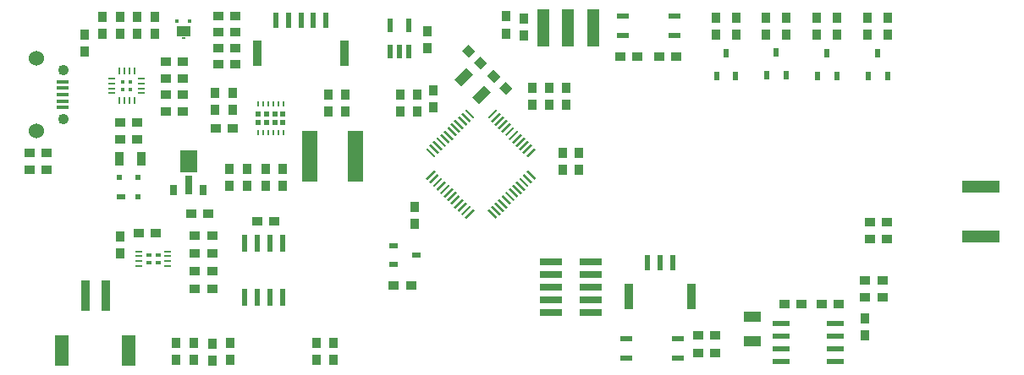
<source format=gbr>
G04 #@! TF.FileFunction,Paste,Top*
%FSLAX46Y46*%
G04 Gerber Fmt 4.6, Leading zero omitted, Abs format (unit mm)*
G04 Created by KiCad (PCBNEW 4.0.7-e2-6376~58~ubuntu16.04.1) date Mon Jun 18 12:46:04 2018*
%MOMM*%
%LPD*%
G01*
G04 APERTURE LIST*
%ADD10C,0.100000*%
%ADD11R,0.900000X0.990000*%
%ADD12R,0.990000X0.900000*%
%ADD13R,0.360000X0.450000*%
%ADD14R,1.440000X0.990000*%
%ADD15R,0.360000X0.225000*%
%ADD16R,0.900000X0.630000*%
%ADD17R,0.540000X0.630000*%
%ADD18R,0.900000X1.350000*%
%ADD19R,0.540000X1.530000*%
%ADD20R,0.900000X2.520000*%
%ADD21R,2.250000X0.675000*%
%ADD22R,0.900000X3.150000*%
%ADD23R,1.350000X3.060000*%
%ADD24R,1.143000X3.780000*%
%ADD25R,1.620000X5.130000*%
%ADD26R,0.585000X0.945000*%
%ADD27R,1.305000X0.630000*%
%ADD28R,0.585000X1.404000*%
%ADD29R,0.540000X1.800000*%
%ADD30R,0.435000X0.435000*%
%ADD31R,0.715000X0.202000*%
%ADD32R,0.202000X0.715000*%
%ADD33R,0.220000X0.715000*%
%ADD34R,1.800000X0.540000*%
%ADD35R,0.225000X0.630000*%
%ADD36R,0.495000X0.510000*%
%ADD37R,0.675000X0.270000*%
%ADD38R,0.525000X0.435000*%
%ADD39R,1.710000X0.990000*%
%ADD40R,0.720000X1.080000*%
%ADD41R,0.720000X1.980000*%
%ADD42R,1.800000X2.250000*%
%ADD43R,3.780000X1.143000*%
%ADD44R,1.215000X0.360000*%
%ADD45C,1.080000*%
%ADD46C,1.530000*%
%ADD47R,0.945000X0.585000*%
G04 APERTURE END LIST*
D10*
G36*
X-4824978Y6573766D02*
X-4665879Y6732865D01*
X-3838564Y5905550D01*
X-3997663Y5746451D01*
X-4824978Y6573766D01*
X-4824978Y6573766D01*
G37*
G36*
X-5178531Y6220213D02*
X-5019432Y6379312D01*
X-4192117Y5551997D01*
X-4351216Y5392898D01*
X-5178531Y6220213D01*
X-5178531Y6220213D01*
G37*
G36*
X-5532085Y5866659D02*
X-5372986Y6025758D01*
X-4545671Y5198443D01*
X-4704770Y5039344D01*
X-5532085Y5866659D01*
X-5532085Y5866659D01*
G37*
G36*
X-5885638Y5513106D02*
X-5726539Y5672205D01*
X-4899224Y4844890D01*
X-5058323Y4685791D01*
X-5885638Y5513106D01*
X-5885638Y5513106D01*
G37*
G36*
X-6239191Y5159553D02*
X-6080092Y5318652D01*
X-5252777Y4491337D01*
X-5411876Y4332238D01*
X-6239191Y5159553D01*
X-6239191Y5159553D01*
G37*
G36*
X-6592745Y4805999D02*
X-6433646Y4965098D01*
X-5606331Y4137783D01*
X-5765430Y3978684D01*
X-6592745Y4805999D01*
X-6592745Y4805999D01*
G37*
G36*
X-6946298Y4452446D02*
X-6787199Y4611545D01*
X-5959884Y3784230D01*
X-6118983Y3625131D01*
X-6946298Y4452446D01*
X-6946298Y4452446D01*
G37*
G36*
X-7299852Y4098892D02*
X-7140753Y4257991D01*
X-6313438Y3430676D01*
X-6472537Y3271577D01*
X-7299852Y4098892D01*
X-7299852Y4098892D01*
G37*
G36*
X-7653405Y3745339D02*
X-7494306Y3904438D01*
X-6666991Y3077123D01*
X-6826090Y2918024D01*
X-7653405Y3745339D01*
X-7653405Y3745339D01*
G37*
G36*
X-8006958Y3391786D02*
X-7847859Y3550885D01*
X-7020544Y2723570D01*
X-7179643Y2564471D01*
X-8006958Y3391786D01*
X-8006958Y3391786D01*
G37*
G36*
X-8360512Y3038232D02*
X-8201413Y3197331D01*
X-7374098Y2370016D01*
X-7533197Y2210917D01*
X-8360512Y3038232D01*
X-8360512Y3038232D01*
G37*
G36*
X-8714065Y2684679D02*
X-8554966Y2843778D01*
X-7727651Y2016463D01*
X-7886750Y1857364D01*
X-8714065Y2684679D01*
X-8714065Y2684679D01*
G37*
G36*
X-8554966Y-405378D02*
X-8714065Y-246279D01*
X-7886750Y581036D01*
X-7727651Y421937D01*
X-8554966Y-405378D01*
X-8554966Y-405378D01*
G37*
G36*
X-8201413Y-758931D02*
X-8360512Y-599832D01*
X-7533197Y227483D01*
X-7374098Y68384D01*
X-8201413Y-758931D01*
X-8201413Y-758931D01*
G37*
G36*
X-7847859Y-1112485D02*
X-8006958Y-953386D01*
X-7179643Y-126071D01*
X-7020544Y-285170D01*
X-7847859Y-1112485D01*
X-7847859Y-1112485D01*
G37*
G36*
X-7494306Y-1466038D02*
X-7653405Y-1306939D01*
X-6826090Y-479624D01*
X-6666991Y-638723D01*
X-7494306Y-1466038D01*
X-7494306Y-1466038D01*
G37*
G36*
X-7140753Y-1819591D02*
X-7299852Y-1660492D01*
X-6472537Y-833177D01*
X-6313438Y-992276D01*
X-7140753Y-1819591D01*
X-7140753Y-1819591D01*
G37*
G36*
X-6787199Y-2173145D02*
X-6946298Y-2014046D01*
X-6118983Y-1186731D01*
X-5959884Y-1345830D01*
X-6787199Y-2173145D01*
X-6787199Y-2173145D01*
G37*
G36*
X-6433646Y-2526698D02*
X-6592745Y-2367599D01*
X-5765430Y-1540284D01*
X-5606331Y-1699383D01*
X-6433646Y-2526698D01*
X-6433646Y-2526698D01*
G37*
G36*
X-6080092Y-2880252D02*
X-6239191Y-2721153D01*
X-5411876Y-1893838D01*
X-5252777Y-2052937D01*
X-6080092Y-2880252D01*
X-6080092Y-2880252D01*
G37*
G36*
X-5726539Y-3233805D02*
X-5885638Y-3074706D01*
X-5058323Y-2247391D01*
X-4899224Y-2406490D01*
X-5726539Y-3233805D01*
X-5726539Y-3233805D01*
G37*
G36*
X-5372986Y-3587358D02*
X-5532085Y-3428259D01*
X-4704770Y-2600944D01*
X-4545671Y-2760043D01*
X-5372986Y-3587358D01*
X-5372986Y-3587358D01*
G37*
G36*
X-5019432Y-3940912D02*
X-5178531Y-3781813D01*
X-4351216Y-2954498D01*
X-4192117Y-3113597D01*
X-5019432Y-3940912D01*
X-5019432Y-3940912D01*
G37*
G36*
X-4665879Y-4294465D02*
X-4824978Y-4135366D01*
X-3997663Y-3308051D01*
X-3838564Y-3467150D01*
X-4665879Y-4294465D01*
X-4665879Y-4294465D01*
G37*
G36*
X-2562236Y-3467150D02*
X-2403137Y-3308051D01*
X-1575822Y-4135366D01*
X-1734921Y-4294465D01*
X-2562236Y-3467150D01*
X-2562236Y-3467150D01*
G37*
G36*
X-2208683Y-3113597D02*
X-2049584Y-2954498D01*
X-1222269Y-3781813D01*
X-1381368Y-3940912D01*
X-2208683Y-3113597D01*
X-2208683Y-3113597D01*
G37*
G36*
X-1855129Y-2760043D02*
X-1696030Y-2600944D01*
X-868715Y-3428259D01*
X-1027814Y-3587358D01*
X-1855129Y-2760043D01*
X-1855129Y-2760043D01*
G37*
G36*
X-1501576Y-2406490D02*
X-1342477Y-2247391D01*
X-515162Y-3074706D01*
X-674261Y-3233805D01*
X-1501576Y-2406490D01*
X-1501576Y-2406490D01*
G37*
G36*
X-1148023Y-2052937D02*
X-988924Y-1893838D01*
X-161609Y-2721153D01*
X-320708Y-2880252D01*
X-1148023Y-2052937D01*
X-1148023Y-2052937D01*
G37*
G36*
X-794469Y-1699383D02*
X-635370Y-1540284D01*
X191945Y-2367599D01*
X32846Y-2526698D01*
X-794469Y-1699383D01*
X-794469Y-1699383D01*
G37*
G36*
X-440916Y-1345830D02*
X-281817Y-1186731D01*
X545498Y-2014046D01*
X386399Y-2173145D01*
X-440916Y-1345830D01*
X-440916Y-1345830D01*
G37*
G36*
X-87362Y-992276D02*
X71737Y-833177D01*
X899052Y-1660492D01*
X739953Y-1819591D01*
X-87362Y-992276D01*
X-87362Y-992276D01*
G37*
G36*
X266191Y-638723D02*
X425290Y-479624D01*
X1252605Y-1306939D01*
X1093506Y-1466038D01*
X266191Y-638723D01*
X266191Y-638723D01*
G37*
G36*
X619744Y-285170D02*
X778843Y-126071D01*
X1606158Y-953386D01*
X1447059Y-1112485D01*
X619744Y-285170D01*
X619744Y-285170D01*
G37*
G36*
X973298Y68384D02*
X1132397Y227483D01*
X1959712Y-599832D01*
X1800613Y-758931D01*
X973298Y68384D01*
X973298Y68384D01*
G37*
G36*
X1326851Y421937D02*
X1485950Y581036D01*
X2313265Y-246279D01*
X2154166Y-405378D01*
X1326851Y421937D01*
X1326851Y421937D01*
G37*
G36*
X1485950Y1857364D02*
X1326851Y2016463D01*
X2154166Y2843778D01*
X2313265Y2684679D01*
X1485950Y1857364D01*
X1485950Y1857364D01*
G37*
G36*
X1132397Y2210917D02*
X973298Y2370016D01*
X1800613Y3197331D01*
X1959712Y3038232D01*
X1132397Y2210917D01*
X1132397Y2210917D01*
G37*
G36*
X778843Y2564471D02*
X619744Y2723570D01*
X1447059Y3550885D01*
X1606158Y3391786D01*
X778843Y2564471D01*
X778843Y2564471D01*
G37*
G36*
X425290Y2918024D02*
X266191Y3077123D01*
X1093506Y3904438D01*
X1252605Y3745339D01*
X425290Y2918024D01*
X425290Y2918024D01*
G37*
G36*
X71737Y3271577D02*
X-87362Y3430676D01*
X739953Y4257991D01*
X899052Y4098892D01*
X71737Y3271577D01*
X71737Y3271577D01*
G37*
G36*
X-281817Y3625131D02*
X-440916Y3784230D01*
X386399Y4611545D01*
X545498Y4452446D01*
X-281817Y3625131D01*
X-281817Y3625131D01*
G37*
G36*
X-635370Y3978684D02*
X-794469Y4137783D01*
X32846Y4965098D01*
X191945Y4805999D01*
X-635370Y3978684D01*
X-635370Y3978684D01*
G37*
G36*
X-988924Y4332238D02*
X-1148023Y4491337D01*
X-320708Y5318652D01*
X-161609Y5159553D01*
X-988924Y4332238D01*
X-988924Y4332238D01*
G37*
G36*
X-1342477Y4685791D02*
X-1501576Y4844890D01*
X-674261Y5672205D01*
X-515162Y5513106D01*
X-1342477Y4685791D01*
X-1342477Y4685791D01*
G37*
G36*
X-1696030Y5039344D02*
X-1855129Y5198443D01*
X-1027814Y6025758D01*
X-868715Y5866659D01*
X-1696030Y5039344D01*
X-1696030Y5039344D01*
G37*
G36*
X-2049584Y5392898D02*
X-2208683Y5551997D01*
X-1381368Y6379312D01*
X-1222269Y6220213D01*
X-2049584Y5392898D01*
X-2049584Y5392898D01*
G37*
G36*
X-2403137Y5746451D02*
X-2562236Y5905550D01*
X-1734921Y6732865D01*
X-1575822Y6573766D01*
X-2403137Y5746451D01*
X-2403137Y5746451D01*
G37*
G36*
X-2554263Y11291743D02*
X-3190659Y10655347D01*
X-3890695Y11355383D01*
X-3254299Y11991779D01*
X-2554263Y11291743D01*
X-2554263Y11291743D01*
G37*
G36*
X-3756345Y12493825D02*
X-4392741Y11857429D01*
X-5092777Y12557465D01*
X-4456381Y13193861D01*
X-3756345Y12493825D01*
X-3756345Y12493825D01*
G37*
G36*
X-2561336Y10026024D02*
X-1924940Y10662420D01*
X-1224904Y9962384D01*
X-1861300Y9325988D01*
X-2561336Y10026024D01*
X-2561336Y10026024D01*
G37*
G36*
X-1359254Y8823942D02*
X-722858Y9460338D01*
X-22822Y8760302D01*
X-659218Y8123906D01*
X-1359254Y8823942D01*
X-1359254Y8823942D01*
G37*
D11*
X-9779000Y-3087000D03*
X-9779000Y-4787000D03*
X5334000Y7176400D03*
X5334000Y8876400D03*
X-9552408Y6469176D03*
X-9552408Y8169176D03*
X1981200Y7176400D03*
X1981200Y8876400D03*
X3657600Y7176400D03*
X3657600Y8876400D03*
D12*
X-39326514Y5391344D03*
X-37626514Y5391344D03*
D11*
X-8536042Y14520594D03*
X-8536042Y12820594D03*
D12*
X-33035553Y11480941D03*
X-34735553Y11480941D03*
X-46672612Y2283065D03*
X-48372612Y2283065D03*
X-25602300Y-4546600D03*
X-23902300Y-4546600D03*
D11*
X-42824400Y12459600D03*
X-42824400Y14159600D03*
D12*
X-34749153Y8128141D03*
X-33049153Y8128141D03*
X-34735553Y6451741D03*
X-33035553Y6451741D03*
D11*
X-24739600Y729223D03*
X-24739600Y-970777D03*
X-26583981Y729223D03*
X-26583981Y-970777D03*
D12*
X-31793310Y-9562314D03*
X-30093310Y-9562314D03*
X-30093310Y-6006314D03*
X-31793310Y-6006314D03*
D11*
X-28397200Y736600D03*
X-28397200Y-963400D03*
X-29802214Y6592844D03*
X-29802214Y8292844D03*
X-16728781Y6496823D03*
X-16728781Y8196823D03*
X-18455981Y6496823D03*
X-18455981Y8196823D03*
X35509200Y14139200D03*
X35509200Y15839200D03*
X-31902400Y-16730000D03*
X-31902400Y-18430000D03*
X-28236730Y-16749830D03*
X-28236730Y-18449830D03*
X30429200Y14139200D03*
X30429200Y15839200D03*
X20320000Y14139200D03*
X20320000Y15839200D03*
X25349200Y14139200D03*
X25349200Y15839200D03*
D13*
X-32319200Y15528000D03*
X-33619200Y15528000D03*
D14*
X-32969200Y14478000D03*
D15*
X-32969200Y13803000D03*
D16*
X-39190400Y-2101600D03*
D17*
X-37490400Y-2101600D03*
X-37490400Y-101600D03*
X-39390400Y-101600D03*
D12*
X-29450400Y16056000D03*
X-27750400Y16056000D03*
X-29450400Y12804800D03*
X-27750400Y12804800D03*
D11*
X1066800Y14102000D03*
X1066800Y15802000D03*
D18*
X-37152400Y1727200D03*
X-39352400Y1727200D03*
D19*
X15982000Y-8718000D03*
X14732000Y-8718000D03*
X13482000Y-8718000D03*
D20*
X17832000Y-12068000D03*
X11632000Y-12068000D03*
D19*
X-18702400Y15643600D03*
X-19952400Y15643600D03*
X-21202400Y15643600D03*
X-22452400Y15643600D03*
X-23702400Y15643600D03*
D20*
X-16852400Y12293600D03*
X-25552400Y12293600D03*
D21*
X7791200Y-13665200D03*
X3791200Y-13665200D03*
X7791200Y-12395200D03*
X3791200Y-12395200D03*
X7791200Y-11125200D03*
X3791200Y-11125200D03*
X7791200Y-9855200D03*
X3791200Y-9855200D03*
X7791200Y-8585200D03*
X3791200Y-8585200D03*
D22*
X-42754800Y-11976000D03*
X-40754800Y-11976000D03*
D23*
X-45104800Y-17526000D03*
X-38404800Y-17526000D03*
D24*
X5537200Y14884400D03*
X8037200Y14884400D03*
X3037200Y14884400D03*
D11*
X-11295208Y6453976D03*
X-11295208Y8153976D03*
D12*
X-39326514Y3664144D03*
X-37626514Y3664144D03*
D25*
X-20284781Y2012823D03*
X-15712781Y2012823D03*
D26*
X35575200Y10047600D03*
X37475200Y10047600D03*
X36525200Y12347600D03*
X30495200Y10029200D03*
X32395200Y10029200D03*
X31445200Y12329200D03*
X20386000Y10047600D03*
X22286000Y10047600D03*
X21336000Y12347600D03*
X25415200Y10080000D03*
X27315200Y10080000D03*
X26365200Y12380000D03*
D11*
X-19659600Y-16730000D03*
X-19659600Y-18430000D03*
X-17932400Y-16730000D03*
X-17932400Y-18430000D03*
X37541200Y15839200D03*
X37541200Y14139200D03*
X-33731200Y-16730000D03*
X-33731200Y-18430000D03*
X-30073600Y-16780800D03*
X-30073600Y-18480800D03*
D12*
X20204800Y-17754600D03*
X18504800Y-17754600D03*
X20204800Y-15976600D03*
X18504800Y-15976600D03*
X10783200Y11988800D03*
X12483200Y11988800D03*
X16344000Y11988800D03*
X14644000Y11988800D03*
D11*
X32461200Y15839200D03*
X32461200Y14139200D03*
X22352000Y15839200D03*
X22352000Y14139200D03*
X27381200Y15839200D03*
X27381200Y14139200D03*
D12*
X-33035553Y9804541D03*
X-34735553Y9804541D03*
D11*
X-35815953Y15988541D03*
X-35815953Y14288541D03*
X6611642Y616974D03*
X6611642Y2316974D03*
X-37593953Y15988541D03*
X-37593953Y14288541D03*
X-39321153Y15988541D03*
X-39321153Y14288541D03*
X4986042Y616974D03*
X4986042Y2316974D03*
D12*
X-46672612Y632065D03*
X-48372612Y632065D03*
X-29450400Y14430400D03*
X-27750400Y14430400D03*
X-29450400Y11179200D03*
X-27750400Y11179200D03*
D11*
X-41099153Y14288541D03*
X-41099153Y15988541D03*
D12*
X35259711Y-10504605D03*
X36959711Y-10504605D03*
X35259711Y-12130205D03*
X36959711Y-12130205D03*
D11*
X-23012400Y-970777D03*
X-23012400Y729223D03*
X-711200Y14291600D03*
X-711200Y15991600D03*
D12*
X-30093310Y-11289514D03*
X-31793310Y-11289514D03*
X-30093310Y-7784314D03*
X-31793310Y-7784314D03*
X-37400600Y-5715000D03*
X-35700600Y-5715000D03*
D11*
X-39243000Y-7758800D03*
X-39243000Y-6058800D03*
X-28057181Y6598423D03*
X-28057181Y8298423D03*
D12*
X-29755200Y4775200D03*
X-28055200Y4775200D03*
D27*
X11316469Y-18271829D03*
X16476469Y-18271829D03*
X16476469Y-16271829D03*
X11316469Y-16271829D03*
X16143600Y16073000D03*
X10983600Y16073000D03*
X10983600Y14073000D03*
X16143600Y14073000D03*
D28*
X-12278642Y12436208D03*
X-11328642Y12436208D03*
X-10378642Y12436208D03*
X-10378642Y15136208D03*
X-12278642Y15136208D03*
D29*
X-26873200Y-6723400D03*
X-25603200Y-6723400D03*
X-24333200Y-6723400D03*
X-23063200Y-6723400D03*
X-23063200Y-12123400D03*
X-24333200Y-12123400D03*
X-25603200Y-12123400D03*
X-26873200Y-12123400D03*
D30*
X-38247283Y8665733D03*
X-38247283Y9415733D03*
X-38997283Y9415733D03*
X-38997283Y8665733D03*
D31*
X-40097283Y9790733D03*
X-40097283Y9290733D03*
X-40097283Y8790733D03*
X-40097283Y8290733D03*
D32*
X-39372283Y7565733D03*
X-38872283Y7565733D03*
D33*
X-38372283Y7565733D03*
D32*
X-37872283Y7565733D03*
D31*
X-37147283Y8290733D03*
X-37147283Y8790733D03*
X-37147283Y9290733D03*
X-37147283Y9790733D03*
D32*
X-37872283Y10515733D03*
X-38372283Y10515733D03*
X-38872283Y10515733D03*
D33*
X-39372283Y10515733D03*
D34*
X32265600Y-14757400D03*
X32265600Y-16027400D03*
X32265600Y-17297400D03*
X32265600Y-18567400D03*
X26865600Y-18567400D03*
X26865600Y-17297400D03*
X26865600Y-16027400D03*
X26865600Y-14757400D03*
D35*
X-25477181Y4345223D03*
X-24977181Y4345223D03*
X-24477181Y4345223D03*
X-23977181Y4345223D03*
X-23477181Y4345223D03*
X-22977181Y4345223D03*
X-22977181Y7245223D03*
X-23477181Y7245223D03*
X-23977181Y7245223D03*
X-24477181Y7245223D03*
X-24977181Y7245223D03*
X-25477181Y7245223D03*
D36*
X-22989681Y6220223D03*
X-23814681Y6220223D03*
X-24639681Y6220223D03*
X-25464681Y6220223D03*
X-22989681Y5370223D03*
X-23814681Y5370223D03*
X-24639681Y5370223D03*
X-25464681Y5370223D03*
D37*
X-34502810Y-9049214D03*
X-34502810Y-8549214D03*
X-34502810Y-8049214D03*
X-34502810Y-7549214D03*
X-37402810Y-7549214D03*
X-37402810Y-8049214D03*
X-37402810Y-8549214D03*
X-37402810Y-9049214D03*
D38*
X-36390310Y-7936714D03*
X-36390310Y-8661714D03*
X-35515310Y-7936714D03*
X-35515310Y-8661714D03*
D10*
G36*
X-5851677Y9671725D02*
X-4642525Y10880877D01*
X-3942489Y10180841D01*
X-5151641Y8971689D01*
X-5851677Y9671725D01*
X-5851677Y9671725D01*
G37*
G36*
X-4083911Y7903959D02*
X-2874759Y9113111D01*
X-2174723Y8413075D01*
X-3383875Y7203923D01*
X-4083911Y7903959D01*
X-4083911Y7903959D01*
G37*
D39*
X23977600Y-16591600D03*
X23977600Y-14091600D03*
D11*
X-7924800Y6875576D03*
X-7924800Y8575576D03*
D12*
X28840800Y-12801600D03*
X27140800Y-12801600D03*
D11*
X35204400Y-14237600D03*
X35204400Y-15937600D03*
D12*
X32600000Y-12801600D03*
X30900000Y-12801600D03*
X-30493600Y-3746500D03*
X-32193600Y-3746500D03*
D40*
X-33961200Y-1369000D03*
D41*
X-32461200Y-869000D03*
D40*
X-30961200Y-1369000D03*
D42*
X-32461200Y1481000D03*
D12*
X35715416Y-6302126D03*
X37415416Y-6302126D03*
X35715416Y-4600326D03*
X37415416Y-4600326D03*
D43*
X46831000Y-6030600D03*
X46831000Y-1030600D03*
D44*
X-45074800Y9465600D03*
X-45074800Y8815600D03*
X-45074800Y8165600D03*
X-45074800Y7515600D03*
X-45074800Y6865600D03*
D45*
X-44999800Y10590600D03*
X-44999800Y5740600D03*
D46*
X-47649800Y11790600D03*
X-47649800Y4540600D03*
D47*
X-11945000Y-6987500D03*
X-11945000Y-8887500D03*
X-9645000Y-7937500D03*
D12*
X-10199000Y-10985500D03*
X-11899000Y-10985500D03*
M02*

</source>
